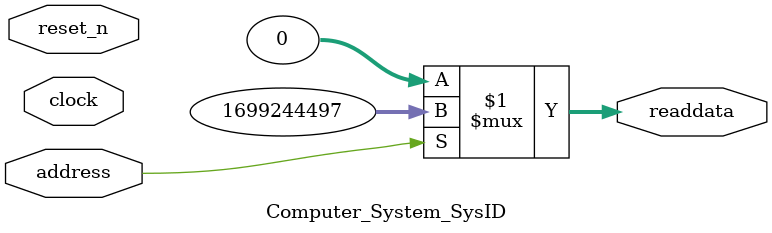
<source format=v>



// synthesis translate_off
`timescale 1ns / 1ps
// synthesis translate_on

// turn off superfluous verilog processor warnings 
// altera message_level Level1 
// altera message_off 10034 10035 10036 10037 10230 10240 10030 

module Computer_System_SysID (
               // inputs:
                address,
                clock,
                reset_n,

               // outputs:
                readdata
             )
;

  output  [ 31: 0] readdata;
  input            address;
  input            clock;
  input            reset_n;

  wire    [ 31: 0] readdata;
  //control_slave, which is an e_avalon_slave
  assign readdata = address ? 1699244497 : 0;

endmodule



</source>
